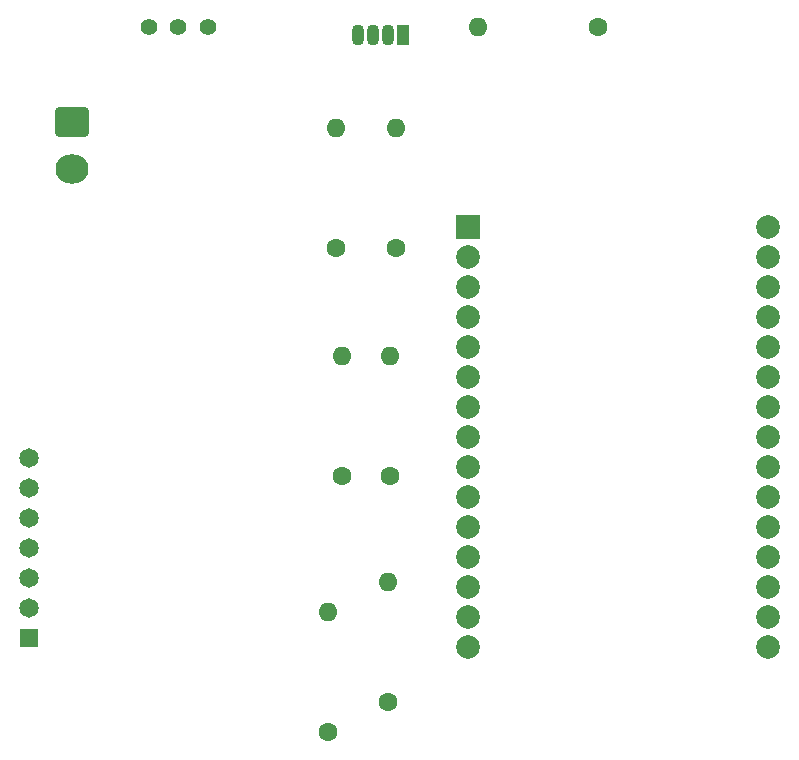
<source format=gbr>
%TF.GenerationSoftware,KiCad,Pcbnew,(6.0.1)*%
%TF.CreationDate,2022-02-16T21:04:10+01:00*%
%TF.ProjectId,ESP32_SCD30,45535033-325f-4534-9344-33302e6b6963,rev?*%
%TF.SameCoordinates,Original*%
%TF.FileFunction,Copper,L1,Top*%
%TF.FilePolarity,Positive*%
%FSLAX46Y46*%
G04 Gerber Fmt 4.6, Leading zero omitted, Abs format (unit mm)*
G04 Created by KiCad (PCBNEW (6.0.1)) date 2022-02-16 21:04:10*
%MOMM*%
%LPD*%
G01*
G04 APERTURE LIST*
G04 Aperture macros list*
%AMRoundRect*
0 Rectangle with rounded corners*
0 $1 Rounding radius*
0 $2 $3 $4 $5 $6 $7 $8 $9 X,Y pos of 4 corners*
0 Add a 4 corners polygon primitive as box body*
4,1,4,$2,$3,$4,$5,$6,$7,$8,$9,$2,$3,0*
0 Add four circle primitives for the rounded corners*
1,1,$1+$1,$2,$3*
1,1,$1+$1,$4,$5*
1,1,$1+$1,$6,$7*
1,1,$1+$1,$8,$9*
0 Add four rect primitives between the rounded corners*
20,1,$1+$1,$2,$3,$4,$5,0*
20,1,$1+$1,$4,$5,$6,$7,0*
20,1,$1+$1,$6,$7,$8,$9,0*
20,1,$1+$1,$8,$9,$2,$3,0*%
G04 Aperture macros list end*
%TA.AperFunction,ComponentPad*%
%ADD10R,1.650000X1.650000*%
%TD*%
%TA.AperFunction,ComponentPad*%
%ADD11C,1.650000*%
%TD*%
%TA.AperFunction,ComponentPad*%
%ADD12C,1.600000*%
%TD*%
%TA.AperFunction,ComponentPad*%
%ADD13O,1.600000X1.600000*%
%TD*%
%TA.AperFunction,ComponentPad*%
%ADD14R,2.000000X2.000000*%
%TD*%
%TA.AperFunction,ComponentPad*%
%ADD15C,2.000000*%
%TD*%
%TA.AperFunction,ComponentPad*%
%ADD16RoundRect,0.250000X-1.150000X0.980000X-1.150000X-0.980000X1.150000X-0.980000X1.150000X0.980000X0*%
%TD*%
%TA.AperFunction,ComponentPad*%
%ADD17O,2.800000X2.460000*%
%TD*%
%TA.AperFunction,ComponentPad*%
%ADD18R,1.070000X1.800000*%
%TD*%
%TA.AperFunction,ComponentPad*%
%ADD19O,1.070000X1.800000*%
%TD*%
%TA.AperFunction,ComponentPad*%
%ADD20C,1.400000*%
%TD*%
G04 APERTURE END LIST*
D10*
%TO.P,U2,1,VDD*%
%TO.N,3v3*%
X88790000Y-105646400D03*
D11*
%TO.P,U2,2,GND*%
%TO.N,GND*%
X88790000Y-103106400D03*
%TO.P,U2,3,TX/SCL*%
%TO.N,/SCL*%
X88790000Y-100566400D03*
%TO.P,U2,4,RX/SDA*%
%TO.N,/SDA*%
X88790000Y-98026400D03*
%TO.P,U2,5,RDY*%
%TO.N,unconnected-(U2-Pad5)*%
X88790000Y-95486400D03*
%TO.P,U2,6,PWM*%
%TO.N,unconnected-(U2-Pad6)*%
X88790000Y-92946400D03*
%TO.P,U2,7,SEL*%
%TO.N,unconnected-(U2-Pad7)*%
X88790000Y-90406400D03*
%TD*%
D12*
%TO.P,R1,1*%
%TO.N,3v3*%
X119210000Y-111136400D03*
D13*
%TO.P,R1,2*%
%TO.N,/SDA*%
X119210000Y-100976400D03*
%TD*%
D12*
%TO.P,R6,1*%
%TO.N,+8V*%
X115316000Y-91948000D03*
D13*
%TO.P,R6,2*%
%TO.N,/D35_adc*%
X115316000Y-81788000D03*
%TD*%
D12*
%TO.P,R7,1*%
%TO.N,/D35_adc*%
X119366000Y-91948000D03*
D13*
%TO.P,R7,2*%
%TO.N,GND*%
X119366000Y-81788000D03*
%TD*%
D12*
%TO.P,R3,1*%
%TO.N,/D12*%
X114808000Y-72644000D03*
D13*
%TO.P,R3,2*%
%TO.N,Net-(D1-Pad4)*%
X114808000Y-62484000D03*
%TD*%
D12*
%TO.P,R2,1*%
%TO.N,3v3*%
X114130000Y-113676400D03*
D13*
%TO.P,R2,2*%
%TO.N,/SCL*%
X114130000Y-103516400D03*
%TD*%
D14*
%TO.P,U1,1,3V3*%
%TO.N,3v3*%
X125984000Y-70845000D03*
D15*
%TO.P,U1,2,GND*%
%TO.N,GND*%
X125984000Y-73385000D03*
%TO.P,U1,3,D15*%
%TO.N,unconnected-(U1-Pad3)*%
X125984000Y-75925000D03*
%TO.P,U1,4,D2*%
%TO.N,unconnected-(U1-Pad4)*%
X125984000Y-78465000D03*
%TO.P,U1,5,D4*%
%TO.N,unconnected-(U1-Pad5)*%
X125984000Y-81005000D03*
%TO.P,U1,6,RX2*%
%TO.N,unconnected-(U1-Pad6)*%
X125984000Y-83545000D03*
%TO.P,U1,7,TX2*%
%TO.N,unconnected-(U1-Pad7)*%
X125984000Y-86085000D03*
%TO.P,U1,8,D5*%
%TO.N,unconnected-(U1-Pad8)*%
X125984000Y-88625000D03*
%TO.P,U1,9,D18*%
%TO.N,unconnected-(U1-Pad9)*%
X125984000Y-91165000D03*
%TO.P,U1,10,D19*%
%TO.N,unconnected-(U1-Pad10)*%
X125984000Y-93705000D03*
%TO.P,U1,11,D21*%
%TO.N,/SDA*%
X125984000Y-96245000D03*
%TO.P,U1,12,RX0*%
%TO.N,unconnected-(U1-Pad12)*%
X125984000Y-98785000D03*
%TO.P,U1,13,TX0*%
%TO.N,unconnected-(U1-Pad13)*%
X125984000Y-101325000D03*
%TO.P,U1,14,D22*%
%TO.N,/SCL*%
X125984000Y-103865000D03*
%TO.P,U1,15,D23*%
%TO.N,unconnected-(U1-Pad15)*%
X125984000Y-106405000D03*
%TO.P,U1,16,EN*%
%TO.N,unconnected-(U1-Pad16)*%
X151384000Y-106405000D03*
%TO.P,U1,17,VP*%
%TO.N,unconnected-(U1-Pad17)*%
X151384000Y-103865000D03*
%TO.P,U1,18,VN*%
%TO.N,unconnected-(U1-Pad18)*%
X151384000Y-101325000D03*
%TO.P,U1,19,D34*%
%TO.N,unconnected-(U1-Pad19)*%
X151384000Y-98785000D03*
%TO.P,U1,20,D35*%
%TO.N,/D35_adc*%
X151384000Y-96245000D03*
%TO.P,U1,21,D32*%
%TO.N,unconnected-(U1-Pad21)*%
X151384000Y-93705000D03*
%TO.P,U1,22,D33*%
%TO.N,unconnected-(U1-Pad22)*%
X151384000Y-91165000D03*
%TO.P,U1,23,D25*%
%TO.N,unconnected-(U1-Pad23)*%
X151384000Y-88625000D03*
%TO.P,U1,24,D26*%
%TO.N,unconnected-(U1-Pad24)*%
X151384000Y-86085000D03*
%TO.P,U1,25,D27*%
%TO.N,unconnected-(U1-Pad25)*%
X151384000Y-83545000D03*
%TO.P,U1,26,D14*%
%TO.N,/D14*%
X151384000Y-81005000D03*
%TO.P,U1,27,D12*%
%TO.N,/D12*%
X151384000Y-78465000D03*
%TO.P,U1,28,D13*%
%TO.N,/D13*%
X151384000Y-75925000D03*
%TO.P,U1,29,GND*%
%TO.N,GND*%
X151384000Y-73385000D03*
%TO.P,U1,30,VIN*%
%TO.N,Net-(S1-Pad3)*%
X151384000Y-70845000D03*
%TD*%
D12*
%TO.P,R5,1*%
%TO.N,/D14*%
X136990000Y-53986400D03*
D13*
%TO.P,R5,2*%
%TO.N,Net-(D1-Pad1)*%
X126830000Y-53986400D03*
%TD*%
D16*
%TO.P,J1,1,Pin_1*%
%TO.N,+8V*%
X92456000Y-61976000D03*
D17*
%TO.P,J1,2,Pin_2*%
%TO.N,GND*%
X92456000Y-65936000D03*
%TD*%
D18*
%TO.P,D1,1,RA*%
%TO.N,Net-(D1-Pad1)*%
X120480000Y-54616400D03*
D19*
%TO.P,D1,2,K*%
%TO.N,GND*%
X119210000Y-54616400D03*
%TO.P,D1,3,GA*%
%TO.N,Net-(D1-Pad3)*%
X117940000Y-54616400D03*
%TO.P,D1,4,BA*%
%TO.N,Net-(D1-Pad4)*%
X116670000Y-54616400D03*
%TD*%
D20*
%TO.P,S1,1,NC*%
%TO.N,unconnected-(S1-Pad1)*%
X98930000Y-53986400D03*
%TO.P,S1,2,COM*%
%TO.N,+8V*%
X101430000Y-53986400D03*
%TO.P,S1,3,NO*%
%TO.N,Net-(S1-Pad3)*%
X103930000Y-53986400D03*
%TD*%
D12*
%TO.P,R4,1*%
%TO.N,/D13*%
X119888000Y-72644000D03*
D13*
%TO.P,R4,2*%
%TO.N,Net-(D1-Pad3)*%
X119888000Y-62484000D03*
%TD*%
M02*

</source>
